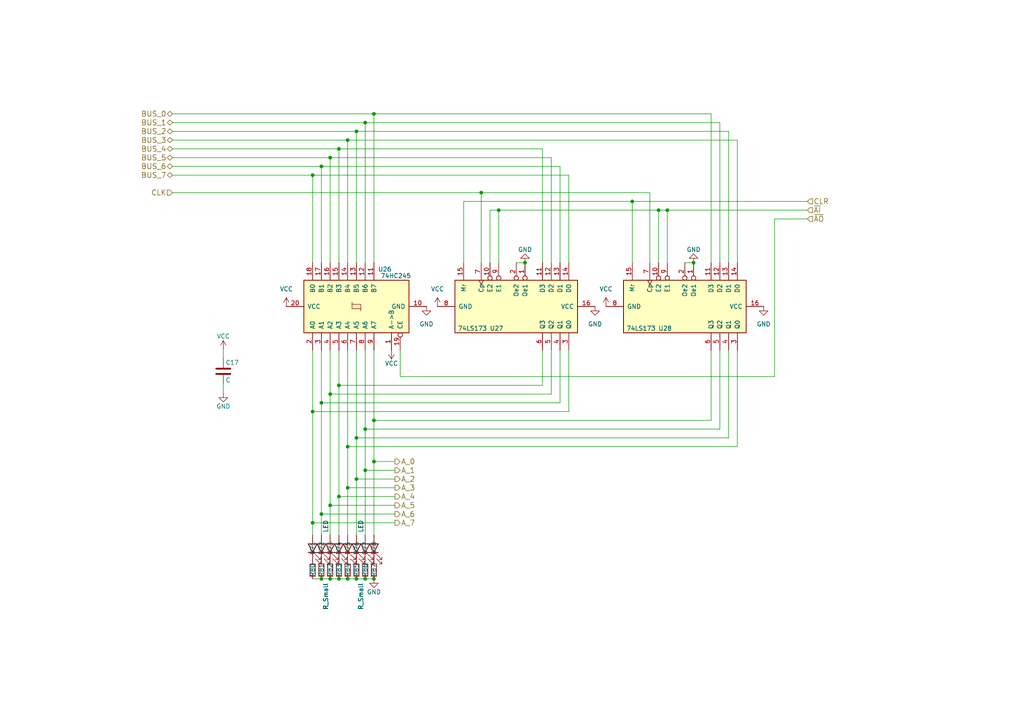
<source format=kicad_sch>
(kicad_sch (version 20211123) (generator eeschema)
  (paper "A4")
  (lib_symbols
    (symbol "74xx:74HC245" (pin_names (offset 1.016))
      (property "Reference" "U" (at -7.62 16.51 0))
      (property "Value" "74HC245" (at -7.62 -16.51 0))
      (symbol "74HC245_1_0"
        (polyline (pts (xy -0.635 -1.27) (xy -0.635 1.27) (xy 0.635 1.27)))
        (polyline (pts (xy -1.27 -1.27) (xy 0.635 -1.27) (xy 0.635 1.27) (xy 1.27 1.27)))
        (pin input line (at -12.7 -10.16 0) (length 5.08) (name "A->B") (number "1"))
        (pin power_in line (at 0 -20.32 90) (length 5.08) (name "GND") (number "10"))
        (pin tri_state line (at 12.7 -5.08 180) (length 5.08) (name "B7") (number "11"))
        (pin tri_state line (at 12.7 -2.54 180) (length 5.08) (name "B6") (number "12"))
        (pin tri_state line (at 12.7 0 180) (length 5.08) (name "B5") (number "13"))
        (pin tri_state line (at 12.7 2.54 180) (length 5.08) (name "B4") (number "14"))
        (pin tri_state line (at 12.7 5.08 180) (length 5.08) (name "B3") (number "15"))
        (pin tri_state line (at 12.7 7.62 180) (length 5.08) (name "B2") (number "16"))
        (pin tri_state line (at 12.7 10.16 180) (length 5.08) (name "B1") (number "17"))
        (pin tri_state line (at 12.7 12.7 180) (length 5.08) (name "B0") (number "18"))
        (pin input inverted (at -12.7 -12.7 0) (length 5.08) (name "CE") (number "19"))
        (pin tri_state line (at -12.7 12.7 0) (length 5.08) (name "A0") (number "2"))
        (pin power_in line (at 0 20.32 270) (length 5.08) (name "VCC") (number "20"))
        (pin tri_state line (at -12.7 10.16 0) (length 5.08) (name "A1") (number "3"))
        (pin tri_state line (at -12.7 7.62 0) (length 5.08) (name "A2") (number "4"))
        (pin tri_state line (at -12.7 5.08 0) (length 5.08) (name "A3") (number "5"))
        (pin tri_state line (at -12.7 2.54 0) (length 5.08) (name "A4") (number "6"))
        (pin tri_state line (at -12.7 0 0) (length 5.08) (name "A5") (number "7"))
        (pin tri_state line (at -12.7 -2.54 0) (length 5.08) (name "A6") (number "8"))
        (pin tri_state line (at -12.7 -5.08 0) (length 5.08) (name "A7") (number "9"))
      )
      (symbol "74HC245_1_1"
        (rectangle (start -7.62 15.24) (end 7.62 -15.24) (stroke (width 0.254)) (fill (type background)))
      )
    )
    (symbol "74xx:74LS173" (pin_names (offset 1.016))
      (property "Reference" "U" (at -7.62 19.05 0))
      (property "Value" "74LS173" (at -7.62 -19.05 0))
      (symbol "74LS173_1_0"
        (pin input inverted (at -12.7 2.54 0) (length 5.08) (name "Oe1") (number "1"))
        (pin input inverted (at -12.7 -7.62 0) (length 5.08) (name "E2") (number "10"))
        (pin input line (at -12.7 7.62 0) (length 5.08) (name "D3") (number "11"))
        (pin input line (at -12.7 10.16 0) (length 5.08) (name "D2") (number "12"))
        (pin input line (at -12.7 12.7 0) (length 5.08) (name "D1") (number "13"))
        (pin input line (at -12.7 15.24 0) (length 5.08) (name "D0") (number "14"))
        (pin input line (at -12.7 -15.24 0) (length 5.08) (name "Mr") (number "15"))
        (pin power_in line (at 0 22.86 270) (length 5.08) (name "VCC") (number "16"))
        (pin input inverted (at -12.7 0 0) (length 5.08) (name "Oe2") (number "2"))
        (pin tri_state line (at 12.7 15.24 180) (length 5.08) (name "Q0") (number "3"))
        (pin tri_state line (at 12.7 12.7 180) (length 5.08) (name "Q1") (number "4"))
        (pin tri_state line (at 12.7 10.16 180) (length 5.08) (name "Q2") (number "5"))
        (pin tri_state line (at 12.7 7.62 180) (length 5.08) (name "Q3") (number "6"))
        (pin input clock (at -12.7 -10.16 0) (length 5.08) (name "Cp") (number "7"))
        (pin power_in line (at 0 -22.86 90) (length 5.08) (name "GND") (number "8"))
        (pin input inverted (at -12.7 -5.08 0) (length 5.08) (name "E1") (number "9"))
      )
      (symbol "74LS173_1_1"
        (rectangle (start -7.62 17.78) (end 7.62 -17.78) (stroke (width 0.254)) (fill (type background)))
      )
    )
    (symbol "Device:C" (pin_numbers hide) (pin_names (offset 0.254))
      (property "Reference" "C" (at 0.635 2.54 0))
      (property "Value" "C" (at 0.635 -2.54 0))
      (symbol "C_0_1"
        (polyline (pts (xy -2.032 -0.762) (xy 2.032 -0.762)) (stroke (width 0.508)))
        (polyline (pts (xy -2.032 0.762) (xy 2.032 0.762)) (stroke (width 0.508)))
      )
      (symbol "C_1_1"
        (pin passive line (at 0 3.81 270) (length 2.794) (name "~") (number "1"))
        (pin passive line (at 0 -3.81 90) (length 2.794) (name "~") (number "2"))
      )
    )
    (symbol "Device:LED" (pin_numbers hide) (pin_names (offset 1.016) hide)
      (property "Reference" "D" (at 0 2.54 0))
      (property "Value" "LED" (at 0 -2.54 0))
      (symbol "LED_0_1"
        (polyline (pts (xy -1.27 -1.27) (xy -1.27 1.27)) (stroke (width 0.254)))
        (polyline (pts (xy -1.27 0) (xy 1.27 0)))
        (polyline (pts (xy 1.27 -1.27) (xy 1.27 1.27) (xy -1.27 0) (xy 1.27 -1.27)) (stroke (width 0.254)))
        (polyline (pts (xy -3.048 -0.762) (xy -4.572 -2.286) (xy -3.81 -2.286) (xy -4.572 -2.286) (xy -4.572 -1.524)))
        (polyline (pts (xy -1.778 -0.762) (xy -3.302 -2.286) (xy -2.54 -2.286) (xy -3.302 -2.286) (xy -3.302 -1.524)))
      )
      (symbol "LED_1_1"
        (pin passive line (at -3.81 0 0) (length 2.54) (name "K") (number "1"))
        (pin passive line (at 3.81 0 180) (length 2.54) (name "A") (number "2"))
      )
    )
    (symbol "Device:R_Small" (pin_numbers hide) (pin_names (offset 0.254) hide)
      (property "Reference" "R" (at 0.762 0.508 0))
      (property "Value" "R_Small" (at 0.762 -1.016 0))
      (symbol "R_Small_0_1"
        (rectangle (start -0.762 1.778) (end 0.762 -1.778) (stroke (width 0.2032)))
      )
      (symbol "R_Small_1_1"
        (pin passive line (at 0 2.54 270) (length 0.762) (name "~") (number "1"))
        (pin passive line (at 0 -2.54 90) (length 0.762) (name "~") (number "2"))
      )
    )
    (symbol "power:GND" (power) (pin_names (offset 0))
      (property "Value" "GND" (at 0 -3.81 0))
      (symbol "GND_0_1"
        (polyline (pts (xy 0 0) (xy 0 -1.27) (xy 1.27 -1.27) (xy 0 -2.54) (xy -1.27 -1.27) (xy 0 -1.27)))
      )
      (symbol "GND_1_1"
        (pin power_in line (at 0 0 270) (length 0) hide (name "GND") (number "1"))
      )
    )
    (symbol "power:VCC" (power) (pin_names (offset 0))
      (property "Value" "VCC" (at 0 3.81 0))
      (symbol "VCC_0_1"
        (polyline (pts (xy -0.762 1.27) (xy 0 2.54)))
        (polyline (pts (xy 0 0) (xy 0 2.54)))
        (polyline (pts (xy 0 2.54) (xy 0.762 1.27)))
      )
      (symbol "VCC_1_1"
        (pin power_in line (at 0 0 90) (length 0) hide (name "VCC") (number "1"))
      )
    )
  )
  (junction (at 100.838 129.54))
  (junction (at 105.918 35.56))
  (junction (at 98.298 144.018))
  (junction (at 108.458 167.894))
  (junction (at 103.378 167.894))
  (junction (at 103.378 127))
  (junction (at 191.008 60.96))
  (junction (at 201.168 76.2))
  (junction (at 100.838 167.894))
  (junction (at 93.218 48.26))
  (junction (at 95.758 114.3))
  (junction (at 98.298 167.894))
  (junction (at 90.678 151.638))
  (junction (at 100.838 40.64))
  (junction (at 105.918 136.398))
  (junction (at 103.378 38.1))
  (junction (at 144.653 60.96))
  (junction (at 93.218 167.894))
  (junction (at 90.678 50.8))
  (junction (at 95.758 167.894))
  (junction (at 95.758 146.558))
  (junction (at 105.918 167.894))
  (junction (at 105.918 124.46))
  (junction (at 100.838 141.478))
  (junction (at 108.458 121.92))
  (junction (at 108.458 33.02))
  (junction (at 98.298 43.18))
  (junction (at 152.273 76.2))
  (junction (at 93.218 149.098))
  (junction (at 95.758 45.72))
  (junction (at 183.388 58.42))
  (junction (at 98.298 111.76))
  (junction (at 139.573 55.88))
  (junction (at 108.458 133.858))
  (junction (at 93.218 116.84))
  (junction (at 90.678 119.38))
  (junction (at 193.548 60.96))
  (junction (at 103.378 138.938))
  (wire (pts (xy 103.378 127) (xy 211.328 127)))
  (wire (pts (xy 98.298 43.18) (xy 98.298 76.2)))
  (wire (pts (xy 108.458 121.92) (xy 108.458 133.858)))
  (wire (pts (xy 95.758 114.3) (xy 159.893 114.3)))
  (wire (pts (xy 208.788 35.56) (xy 208.788 76.2)))
  (wire (pts (xy 164.973 119.38) (xy 164.973 101.6)))
  (wire (pts (xy 105.918 136.398) (xy 105.918 155.194)))
  (wire (pts (xy 98.298 144.018) (xy 98.298 155.194)))
  (wire (pts (xy 164.973 50.8) (xy 164.973 76.2)))
  (wire (pts (xy 134.493 76.2) (xy 134.493 58.42)))
  (wire (pts (xy 105.918 124.46) (xy 208.788 124.46)))
  (wire (pts (xy 100.838 129.54) (xy 213.868 129.54)))
  (wire (pts (xy 100.838 141.478) (xy 100.838 155.194)))
  (wire (pts (xy 108.458 101.6) (xy 108.458 121.92)))
  (wire (pts (xy 50.038 40.64) (xy 100.838 40.64)))
  (wire (pts (xy 95.758 146.558) (xy 95.758 155.194)))
  (wire (pts (xy 142.113 60.96) (xy 142.113 76.2)))
  (wire (pts (xy 114.554 146.558) (xy 95.758 146.558)))
  (wire (pts (xy 105.918 167.894) (xy 103.378 167.894)))
  (wire (pts (xy 90.678 101.6) (xy 90.678 119.38)))
  (wire (pts (xy 98.298 111.76) (xy 98.298 144.018)))
  (wire (pts (xy 103.378 38.1) (xy 211.328 38.1)))
  (wire (pts (xy 103.378 138.938) (xy 114.554 138.938)))
  (wire (pts (xy 50.038 35.56) (xy 105.918 35.56)))
  (wire (pts (xy 95.758 45.72) (xy 159.893 45.72)))
  (wire (pts (xy 105.918 124.46) (xy 105.918 136.398)))
  (wire (pts (xy 50.038 33.02) (xy 108.458 33.02)))
  (wire (pts (xy 114.554 141.478) (xy 100.838 141.478)))
  (wire (pts (xy 191.008 60.96) (xy 191.008 76.2)))
  (wire (pts (xy 114.554 144.018) (xy 98.298 144.018)))
  (wire (pts (xy 108.458 33.02) (xy 206.248 33.02)))
  (wire (pts (xy 103.378 101.6) (xy 103.378 127)))
  (wire (pts (xy 100.838 101.6) (xy 100.838 129.54)))
  (wire (pts (xy 95.758 101.6) (xy 95.758 114.3)))
  (wire (pts (xy 116.078 101.6) (xy 116.078 109.22)))
  (wire (pts (xy 105.918 101.6) (xy 105.918 124.46)))
  (wire (pts (xy 95.758 114.3) (xy 95.758 146.558)))
  (wire (pts (xy 183.388 58.42) (xy 234.188 58.42)))
  (wire (pts (xy 105.918 35.56) (xy 208.788 35.56)))
  (wire (pts (xy 134.493 58.42) (xy 183.388 58.42)))
  (wire (pts (xy 208.788 124.46) (xy 208.788 101.6)))
  (wire (pts (xy 108.458 133.858) (xy 114.554 133.858)))
  (wire (pts (xy 93.218 167.894) (xy 90.678 167.894)))
  (wire (pts (xy 149.733 76.2) (xy 152.273 76.2)))
  (wire (pts (xy 98.298 111.76) (xy 157.353 111.76)))
  (wire (pts (xy 206.248 33.02) (xy 206.248 76.2)))
  (wire (pts (xy 108.458 121.92) (xy 206.248 121.92)))
  (wire (pts (xy 103.378 138.938) (xy 103.378 155.194)))
  (wire (pts (xy 188.468 55.88) (xy 188.468 76.2)))
  (wire (pts (xy 139.573 55.88) (xy 139.573 76.2)))
  (wire (pts (xy 93.218 149.098) (xy 93.218 155.194)))
  (wire (pts (xy 64.77 111.506) (xy 64.77 114.046)))
  (wire (pts (xy 193.548 60.96) (xy 193.548 76.2)))
  (wire (pts (xy 162.433 48.26) (xy 162.433 76.2)))
  (wire (pts (xy 183.388 58.42) (xy 183.388 76.2)))
  (wire (pts (xy 90.678 151.638) (xy 114.554 151.638)))
  (wire (pts (xy 100.838 40.64) (xy 100.838 76.2)))
  (wire (pts (xy 50.038 55.88) (xy 139.573 55.88)))
  (wire (pts (xy 108.458 133.858) (xy 108.458 155.194)))
  (wire (pts (xy 98.298 43.18) (xy 157.353 43.18)))
  (wire (pts (xy 159.893 45.72) (xy 159.893 76.2)))
  (wire (pts (xy 50.038 48.26) (xy 93.218 48.26)))
  (wire (pts (xy 64.77 101.346) (xy 64.77 103.886)))
  (wire (pts (xy 116.078 109.22) (xy 224.663 109.22)))
  (wire (pts (xy 114.554 149.098) (xy 93.218 149.098)))
  (wire (pts (xy 191.008 60.96) (xy 193.548 60.96)))
  (wire (pts (xy 157.353 43.18) (xy 157.353 76.2)))
  (wire (pts (xy 213.868 40.64) (xy 213.868 76.2)))
  (wire (pts (xy 211.328 127) (xy 211.328 101.6)))
  (wire (pts (xy 93.218 48.26) (xy 93.218 76.2)))
  (wire (pts (xy 93.218 101.6) (xy 93.218 116.84)))
  (wire (pts (xy 206.248 121.92) (xy 206.248 101.6)))
  (wire (pts (xy 139.573 55.88) (xy 188.468 55.88)))
  (wire (pts (xy 95.758 45.72) (xy 95.758 76.2)))
  (wire (pts (xy 157.353 111.76) (xy 157.353 101.6)))
  (wire (pts (xy 93.218 116.84) (xy 93.218 149.098)))
  (wire (pts (xy 50.038 43.18) (xy 98.298 43.18)))
  (wire (pts (xy 100.838 167.894) (xy 98.298 167.894)))
  (wire (pts (xy 224.663 63.5) (xy 224.663 109.22)))
  (wire (pts (xy 90.678 50.8) (xy 90.678 76.2)))
  (wire (pts (xy 105.918 35.56) (xy 105.918 76.2)))
  (wire (pts (xy 198.628 76.2) (xy 201.168 76.2)))
  (wire (pts (xy 142.113 60.96) (xy 144.653 60.96)))
  (wire (pts (xy 50.038 50.8) (xy 90.678 50.8)))
  (wire (pts (xy 100.838 129.54) (xy 100.838 141.478)))
  (wire (pts (xy 50.038 45.72) (xy 95.758 45.72)))
  (wire (pts (xy 103.378 127) (xy 103.378 138.938)))
  (wire (pts (xy 108.458 167.894) (xy 105.918 167.894)))
  (wire (pts (xy 93.218 116.84) (xy 162.433 116.84)))
  (wire (pts (xy 234.188 63.5) (xy 224.663 63.5)))
  (wire (pts (xy 98.298 101.6) (xy 98.298 111.76)))
  (wire (pts (xy 114.554 136.398) (xy 105.918 136.398)))
  (wire (pts (xy 90.678 151.638) (xy 90.678 155.194)))
  (wire (pts (xy 103.378 38.1) (xy 103.378 76.2)))
  (wire (pts (xy 211.328 38.1) (xy 211.328 76.2)))
  (wire (pts (xy 100.838 40.64) (xy 213.868 40.64)))
  (wire (pts (xy 103.378 167.894) (xy 100.838 167.894)))
  (wire (pts (xy 98.298 167.894) (xy 95.758 167.894)))
  (wire (pts (xy 144.653 60.96) (xy 191.008 60.96)))
  (wire (pts (xy 90.678 50.8) (xy 164.973 50.8)))
  (wire (pts (xy 144.653 60.96) (xy 144.653 76.2)))
  (wire (pts (xy 108.458 33.02) (xy 108.458 76.2)))
  (wire (pts (xy 50.038 38.1) (xy 103.378 38.1)))
  (wire (pts (xy 213.868 129.54) (xy 213.868 101.6)))
  (wire (pts (xy 159.893 114.3) (xy 159.893 101.6)))
  (wire (pts (xy 193.548 60.96) (xy 234.188 60.96)))
  (wire (pts (xy 162.433 116.84) (xy 162.433 101.6)))
  (wire (pts (xy 90.678 119.38) (xy 90.678 151.638)))
  (wire (pts (xy 95.758 167.894) (xy 93.218 167.894)))
  (wire (pts (xy 90.678 119.38) (xy 164.973 119.38)))
  (wire (pts (xy 93.218 48.26) (xy 162.433 48.26)))
  (hierarchical_label "A_6" (shape output) (at 114.554 149.098 0) (effects (font (size 1.524 1.524))))
  (hierarchical_label "BUS_0" (shape bidirectional) (at 50.038 33.02 180) (effects (font (size 1.524 1.524))))
  (hierarchical_label "BUS_3" (shape bidirectional) (at 50.038 40.64 180) (effects (font (size 1.524 1.524))))
  (hierarchical_label "BUS_1" (shape bidirectional) (at 50.038 35.56 180) (effects (font (size 1.524 1.524))))
  (hierarchical_label "CLK" (shape input) (at 50.038 55.88 180) (effects (font (size 1.524 1.524))))
  (hierarchical_label "A_7" (shape output) (at 114.554 151.638 0) (effects (font (size 1.524 1.524))))
  (hierarchical_label "~{AI}" (shape input) (at 234.188 60.96 0) (effects (font (size 1.524 1.524))))
  (hierarchical_label "A_1" (shape output) (at 114.554 136.398 0) (effects (font (size 1.524 1.524))))
  (hierarchical_label "BUS_2" (shape bidirectional) (at 50.038 38.1 180) (effects (font (size 1.524 1.524))))
  (hierarchical_label "A_5" (shape output) (at 114.554 146.558 0) (effects (font (size 1.524 1.524))))
  (hierarchical_label "BUS_7" (shape bidirectional) (at 50.038 50.8 180) (effects (font (size 1.524 1.524))))
  (hierarchical_label "CLR" (shape input) (at 234.188 58.42 0) (effects (font (size 1.524 1.524))))
  (hierarchical_label "A_4" (shape output) (at 114.554 144.018 0) (effects (font (size 1.524 1.524))))
  (hierarchical_label "BUS_5" (shape bidirectional) (at 50.038 45.72 180) (effects (font (size 1.524 1.524))))
  (hierarchical_label "BUS_6" (shape bidirectional) (at 50.038 48.26 180) (effects (font (size 1.524 1.524))))
  (hierarchical_label "~{AO}" (shape input) (at 234.188 63.5 0) (effects (font (size 1.524 1.524))))
  (hierarchical_label "A_2" (shape output) (at 114.554 138.938 0) (effects (font (size 1.524 1.524))))
  (hierarchical_label "A_0" (shape output) (at 114.554 133.858 0) (effects (font (size 1.524 1.524))))
  (hierarchical_label "A_3" (shape output) (at 114.554 141.478 0) (effects (font (size 1.524 1.524))))
  (hierarchical_label "BUS_4" (shape bidirectional) (at 50.038 43.18 180) (effects (font (size 1.524 1.524))))
  (symbol (lib_id "Device:C") (at 64.77 107.696 0) (unit 1)
    (property "Reference" "C17" (at 65.405 105.156 0) (effects (justify left)))
    (property "Value" "C" (at 65.405 110.236 0) (effects (justify left)))
    (property "Footprint" "Capacitor_THT:C_Disc_D4.3mm_W1.9mm_P5.00mm" (effects hide))
  )
  (symbol (lib_id "power:GND") (at 64.77 114.046 0) (unit 1)
    (property "Reference" "#PWR069" (effects hide))
    (property "Value" "GND" (at 64.77 117.856 0))
  )
  (symbol (lib_id "power:VCC") (at 64.77 101.346 0) (unit 1)
    (property "Reference" "#PWR068" (effects hide))
    (property "Value" "VCC" (at 64.77 97.536 0))
  )
  (symbol (lib_id "power:GND") (at 201.168 76.2 180) (unit 1)
    (property "Reference" "#PWR078" (effects hide))
    (property "Value" "GND" (at 201.168 72.39 0))
  )
  (symbol (lib_id "Device:LED") (at 98.298 159.004 90) (unit 1)
    (property "Reference" "D74" (at 98.298 159.004 0))
    (property "Value" "LED" (at 94.488 152.654 0))
  )
  (symbol (lib_id "power:GND") (at 123.698 88.9 0) (unit 1)
    (property "Reference" "#PWR073" (effects hide))
    (property "Value" "GND" (at 123.698 93.98 0))
  )
  (symbol (lib_id "Device:LED") (at 95.758 159.004 90) (unit 1)
    (property "Reference" "D73" (at 95.758 159.004 0))
    (property "Value" "LED" (at 94.488 152.654 0))
  )
  (symbol (lib_id "power:VCC") (at 83.058 88.9 0) (unit 1)
    (property "Reference" "#PWR070" (effects hide))
    (property "Value" "VCC" (at 83.058 83.82 0))
  )
  (symbol (lib_id "Device:LED") (at 103.378 159.004 90) (unit 1)
    (property "Reference" "D76" (at 103.378 159.004 0))
    (property "Value" "LED" (at 104.648 152.654 0))
  )
  (symbol (lib_id "Device:R_Small") (at 103.378 165.354 0) (unit 1)
    (property "Reference" "R85" (at 103.378 165.354 90))
    (property "Value" "R_Small" (at 104.648 172.974 90))
  )
  (symbol (lib_id "Device:R_Small") (at 90.678 165.354 0) (unit 1)
    (property "Reference" "R80" (at 90.678 165.354 90))
    (property "Value" "R_Small" (at 94.488 172.974 90))
  )
  (symbol (lib_id "Device:LED") (at 105.918 159.004 90) (unit 1)
    (property "Reference" "D77" (at 105.918 159.004 0))
    (property "Value" "LED" (at 104.648 152.654 0))
  )
  (symbol (lib_id "74xx:74HC245") (at 103.378 88.9 90) (unit 1)
    (property "Reference" "U26" (at 111.633 78.105 90))
    (property "Value" "74HC245" (at 114.808 80.01 90))
    (property "Datasheet" "http://www.ti.com/lit/gpn/sn74HC245" (effects hide))
  )
  (symbol (lib_id "Device:R_Small") (at 93.218 165.354 0) (unit 1)
    (property "Reference" "R81" (at 93.218 165.354 90))
    (property "Value" "R_Small" (at 94.488 172.974 90))
  )
  (symbol (lib_id "power:GND") (at 221.488 88.9 0) (unit 1)
    (property "Reference" "#PWR079" (effects hide))
    (property "Value" "GND" (at 221.488 93.98 0))
  )
  (symbol (lib_id "Device:LED") (at 93.218 159.004 90) (unit 1)
    (property "Reference" "D72" (at 93.218 159.004 0))
    (property "Value" "LED" (at 94.488 152.654 0))
  )
  (symbol (lib_id "power:VCC") (at 113.538 101.6 180) (unit 1)
    (property "Reference" "#PWR072" (effects hide))
    (property "Value" "VCC" (at 113.538 105.41 0))
  )
  (symbol (lib_id "Device:LED") (at 90.678 159.004 90) (unit 1)
    (property "Reference" "D71" (at 90.678 159.004 0))
    (property "Value" "LED" (at 94.488 152.654 0))
  )
  (symbol (lib_id "Device:R_Small") (at 98.298 165.354 0) (unit 1)
    (property "Reference" "R83" (at 98.298 165.354 90))
    (property "Value" "R_Small" (at 94.488 172.974 90))
  )
  (symbol (lib_id "power:GND") (at 172.593 88.9 0) (unit 1)
    (property "Reference" "#PWR076" (effects hide))
    (property "Value" "GND" (at 172.593 93.98 0))
  )
  (symbol (lib_id "74xx:74LS173") (at 198.628 88.9 270) (unit 1)
    (property "Reference" "U28" (at 192.913 95.25 90))
    (property "Value" "74LS173" (at 185.928 95.25 90))
    (property "Datasheet" "http://www.ti.com/lit/gpn/sn74LS173" (effects hide))
  )
  (symbol (lib_id "power:VCC") (at 126.873 88.9 0) (unit 1)
    (property "Reference" "#PWR074" (effects hide))
    (property "Value" "VCC" (at 126.873 83.82 0))
  )
  (symbol (lib_id "power:GND") (at 108.458 167.894 0) (unit 1)
    (property "Reference" "#PWR071" (effects hide))
    (property "Value" "GND" (at 108.458 171.704 0))
  )
  (symbol (lib_id "Device:R_Small") (at 100.838 165.354 0) (unit 1)
    (property "Reference" "R84" (at 100.838 165.354 90))
    (property "Value" "R_Small" (at 104.648 172.974 90))
  )
  (symbol (lib_id "Device:R_Small") (at 95.758 165.354 0) (unit 1)
    (property "Reference" "R82" (at 95.758 165.354 90))
    (property "Value" "R_Small" (at 94.488 172.974 90))
  )
  (symbol (lib_id "Device:LED") (at 108.458 159.004 90) (unit 1)
    (property "Reference" "D78" (at 108.458 159.004 0))
    (property "Value" "LED" (at 104.648 152.654 0))
  )
  (symbol (lib_id "power:GND") (at 152.273 76.2 180) (unit 1)
    (property "Reference" "#PWR075" (effects hide))
    (property "Value" "GND" (at 152.273 72.39 0))
  )
  (symbol (lib_id "power:VCC") (at 175.768 88.9 0) (unit 1)
    (property "Reference" "#PWR077" (effects hide))
    (property "Value" "VCC" (at 175.768 83.82 0))
  )
  (symbol (lib_id "Device:R_Small") (at 105.918 165.354 0) (unit 1)
    (property "Reference" "R86" (at 105.918 165.354 90))
    (property "Value" "R_Small" (at 104.648 172.974 90))
  )
  (symbol (lib_id "Device:R_Small") (at 108.458 165.354 0) (unit 1)
    (property "Reference" "R87" (at 108.458 165.354 90))
    (property "Value" "R_Small" (at 104.648 172.974 90))
  )
  (symbol (lib_id "Device:LED") (at 100.838 159.004 90) (unit 1)
    (property "Reference" "D75" (at 100.838 159.004 0))
    (property "Value" "LED" (at 104.648 152.654 0))
  )
  (symbol (lib_id "74xx:74LS173") (at 149.733 88.9 270) (unit 1)
    (property "Reference" "U27" (at 144.018 95.25 90))
    (property "Value" "74LS173" (at 137.033 95.25 90))
    (property "Datasheet" "http://www.ti.com/lit/gpn/sn74LS173" (effects hide))
  )
)
</source>
